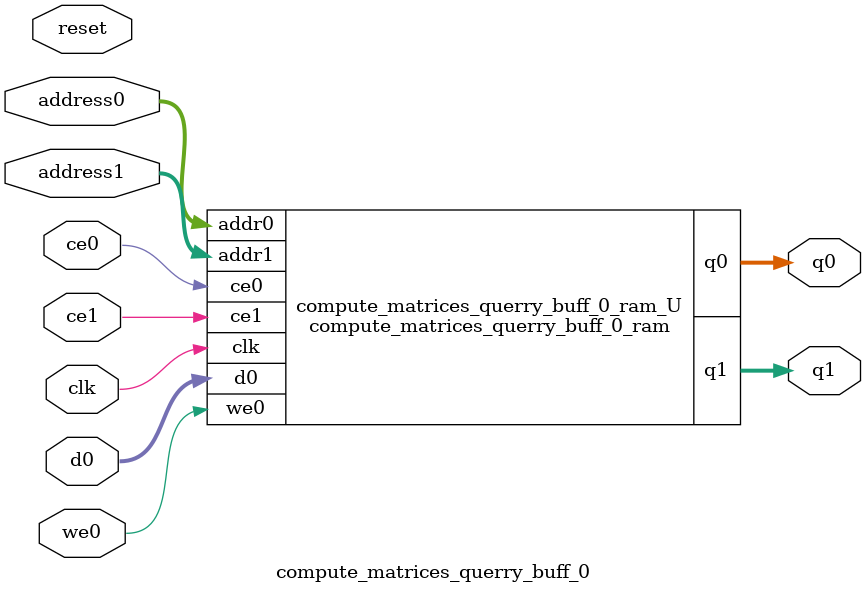
<source format=v>
`timescale 1 ns / 1 ps
module compute_matrices_querry_buff_0_ram (addr0, ce0, d0, we0, q0, addr1, ce1, q1,  clk);

parameter DWIDTH = 8;
parameter AWIDTH = 2;
parameter MEM_SIZE = 4;

input[AWIDTH-1:0] addr0;
input ce0;
input[DWIDTH-1:0] d0;
input we0;
output reg[DWIDTH-1:0] q0;
input[AWIDTH-1:0] addr1;
input ce1;
output reg[DWIDTH-1:0] q1;
input clk;

(* ram_style = "block" *)reg [DWIDTH-1:0] ram[0:MEM_SIZE-1];




always @(posedge clk)  
begin 
    if (ce0) begin
        if (we0) 
            ram[addr0] <= d0; 
        q0 <= ram[addr0];
    end
end


always @(posedge clk)  
begin 
    if (ce1) begin
        q1 <= ram[addr1];
    end
end


endmodule

`timescale 1 ns / 1 ps
module compute_matrices_querry_buff_0(
    reset,
    clk,
    address0,
    ce0,
    we0,
    d0,
    q0,
    address1,
    ce1,
    q1);

parameter DataWidth = 32'd8;
parameter AddressRange = 32'd4;
parameter AddressWidth = 32'd2;
input reset;
input clk;
input[AddressWidth - 1:0] address0;
input ce0;
input we0;
input[DataWidth - 1:0] d0;
output[DataWidth - 1:0] q0;
input[AddressWidth - 1:0] address1;
input ce1;
output[DataWidth - 1:0] q1;



compute_matrices_querry_buff_0_ram compute_matrices_querry_buff_0_ram_U(
    .clk( clk ),
    .addr0( address0 ),
    .ce0( ce0 ),
    .we0( we0 ),
    .d0( d0 ),
    .q0( q0 ),
    .addr1( address1 ),
    .ce1( ce1 ),
    .q1( q1 ));

endmodule


</source>
